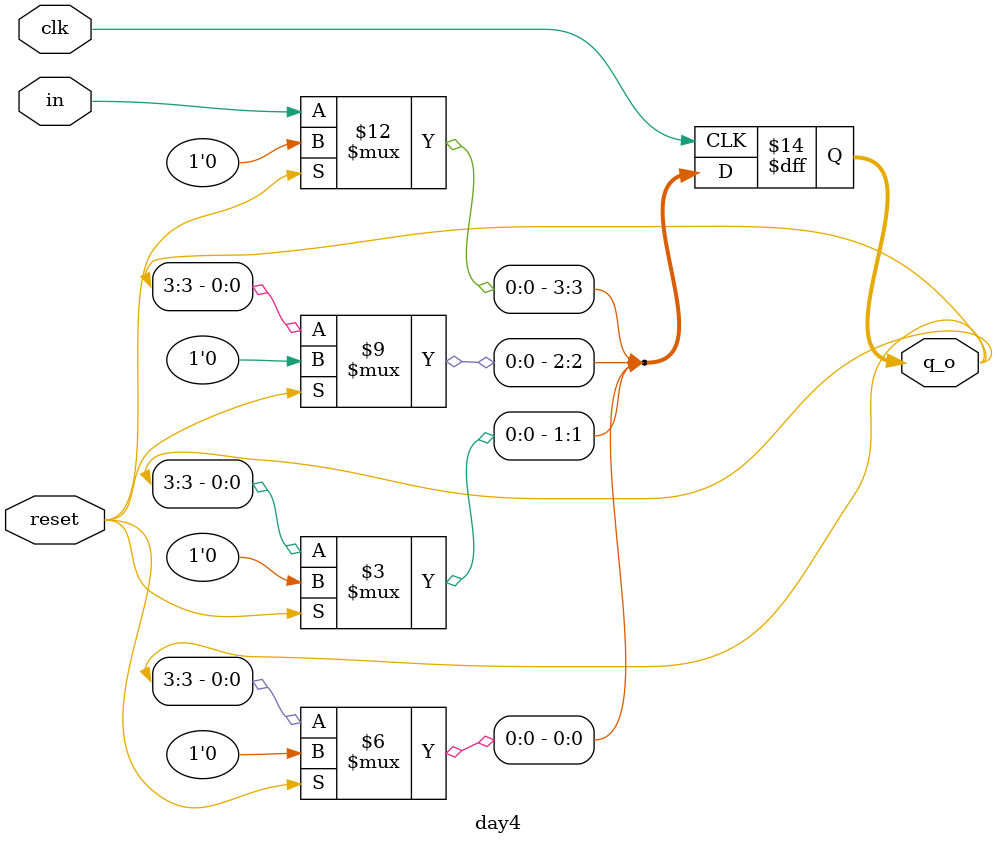
<source format=v>
module day4(
  input wire in,
  
  input wire clk,
  input wire  reset,
  
  output reg [3:0] q_o,

);
  
  always@(posedge clk)
    begin
    if(reset)
      q_o <= 4'b0000;
     else begin
       q_o[3] <= in;
       q_o[2] <= q_o[3];
       q_o[1] <= q_o[3];
       q_o[0] <= q_o[3];
     end
    end
  
endmodule

</source>
